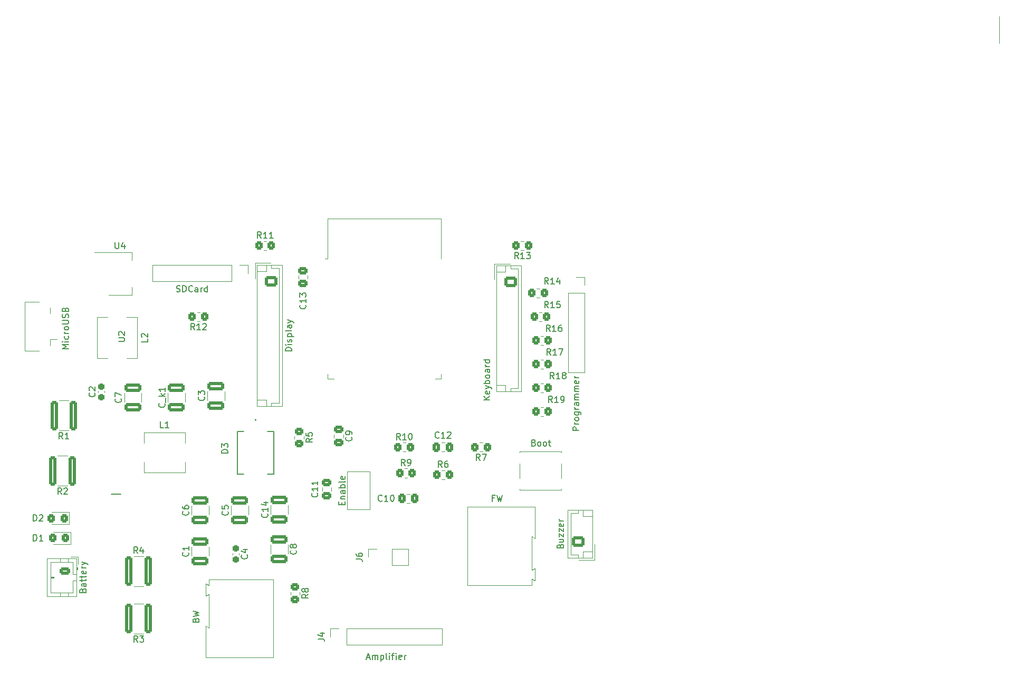
<source format=gto>
G04 #@! TF.GenerationSoftware,KiCad,Pcbnew,(6.0.4)*
G04 #@! TF.CreationDate,2022-05-20T18:13:48-05:00*
G04 #@! TF.ProjectId,REEL,5245454c-2e6b-4696-9361-645f70636258,rev?*
G04 #@! TF.SameCoordinates,Original*
G04 #@! TF.FileFunction,Legend,Top*
G04 #@! TF.FilePolarity,Positive*
%FSLAX46Y46*%
G04 Gerber Fmt 4.6, Leading zero omitted, Abs format (unit mm)*
G04 Created by KiCad (PCBNEW (6.0.4)) date 2022-05-20 18:13:48*
%MOMM*%
%LPD*%
G01*
G04 APERTURE LIST*
G04 Aperture macros list*
%AMRoundRect*
0 Rectangle with rounded corners*
0 $1 Rounding radius*
0 $2 $3 $4 $5 $6 $7 $8 $9 X,Y pos of 4 corners*
0 Add a 4 corners polygon primitive as box body*
4,1,4,$2,$3,$4,$5,$6,$7,$8,$9,$2,$3,0*
0 Add four circle primitives for the rounded corners*
1,1,$1+$1,$2,$3*
1,1,$1+$1,$4,$5*
1,1,$1+$1,$6,$7*
1,1,$1+$1,$8,$9*
0 Add four rect primitives between the rounded corners*
20,1,$1+$1,$2,$3,$4,$5,0*
20,1,$1+$1,$4,$5,$6,$7,0*
20,1,$1+$1,$6,$7,$8,$9,0*
20,1,$1+$1,$8,$9,$2,$3,0*%
G04 Aperture macros list end*
%ADD10C,0.100000*%
%ADD11C,0.150000*%
%ADD12C,0.120000*%
%ADD13C,0.200000*%
%ADD14C,0.127000*%
%ADD15RoundRect,0.250000X-0.475000X0.337500X-0.475000X-0.337500X0.475000X-0.337500X0.475000X0.337500X0*%
%ADD16RoundRect,0.237500X0.237500X-0.300000X0.237500X0.300000X-0.237500X0.300000X-0.237500X-0.300000X0*%
%ADD17R,2.000000X1.500000*%
%ADD18R,2.000000X3.800000*%
%ADD19RoundRect,0.250000X-0.350000X-0.450000X0.350000X-0.450000X0.350000X0.450000X-0.350000X0.450000X0*%
%ADD20R,1.980000X3.960000*%
%ADD21O,1.980000X3.960000*%
%ADD22R,1.700000X1.700000*%
%ADD23O,1.700000X1.700000*%
%ADD24RoundRect,0.250000X0.350000X0.450000X-0.350000X0.450000X-0.350000X-0.450000X0.350000X-0.450000X0*%
%ADD25RoundRect,0.250000X0.337500X0.475000X-0.337500X0.475000X-0.337500X-0.475000X0.337500X-0.475000X0*%
%ADD26RoundRect,0.250000X0.325000X0.450000X-0.325000X0.450000X-0.325000X-0.450000X0.325000X-0.450000X0*%
%ADD27RoundRect,0.250000X0.362500X2.125000X-0.362500X2.125000X-0.362500X-2.125000X0.362500X-2.125000X0*%
%ADD28RoundRect,0.237500X-0.237500X0.300000X-0.237500X-0.300000X0.237500X-0.300000X0.237500X0.300000X0*%
%ADD29RoundRect,0.250000X-1.100000X0.412500X-1.100000X-0.412500X1.100000X-0.412500X1.100000X0.412500X0*%
%ADD30RoundRect,0.250000X1.100000X-0.412500X1.100000X0.412500X-1.100000X0.412500X-1.100000X-0.412500X0*%
%ADD31RoundRect,0.250000X-0.725000X0.600000X-0.725000X-0.600000X0.725000X-0.600000X0.725000X0.600000X0*%
%ADD32O,1.950000X1.700000*%
%ADD33RoundRect,0.250000X-0.450000X0.350000X-0.450000X-0.350000X0.450000X-0.350000X0.450000X0.350000X0*%
%ADD34R,3.200000X1.000000*%
%ADD35R,2.000000X0.900000*%
%ADD36R,0.900000X2.000000*%
%ADD37R,5.000000X5.000000*%
%ADD38R,1.500000X2.400000*%
%ADD39R,1.525000X0.700000*%
%ADD40R,2.513000X3.402000*%
%ADD41RoundRect,0.250000X0.750000X-0.600000X0.750000X0.600000X-0.750000X0.600000X-0.750000X-0.600000X0*%
%ADD42O,2.000000X1.700000*%
%ADD43C,1.000000*%
%ADD44R,1.500000X0.500000*%
%ADD45R,1.800000X3.000000*%
%ADD46R,3.120000X2.290000*%
%ADD47RoundRect,0.250000X-0.362500X-2.125000X0.362500X-2.125000X0.362500X2.125000X-0.362500X2.125000X0*%
%ADD48RoundRect,0.250000X-0.625000X0.350000X-0.625000X-0.350000X0.625000X-0.350000X0.625000X0.350000X0*%
%ADD49O,1.750000X1.200000*%
%ADD50R,2.400000X1.500000*%
%ADD51R,1.500000X1.500000*%
G04 APERTURE END LIST*
D10*
X192404194Y-24150000D02*
X192404194Y-28468000D01*
D11*
X90860952Y-127166666D02*
X91337142Y-127166666D01*
X90765714Y-127452380D02*
X91099047Y-126452380D01*
X91432380Y-127452380D01*
X91765714Y-127452380D02*
X91765714Y-126785714D01*
X91765714Y-126880952D02*
X91813333Y-126833333D01*
X91908571Y-126785714D01*
X92051428Y-126785714D01*
X92146666Y-126833333D01*
X92194285Y-126928571D01*
X92194285Y-127452380D01*
X92194285Y-126928571D02*
X92241904Y-126833333D01*
X92337142Y-126785714D01*
X92480000Y-126785714D01*
X92575238Y-126833333D01*
X92622857Y-126928571D01*
X92622857Y-127452380D01*
X93099047Y-126785714D02*
X93099047Y-127785714D01*
X93099047Y-126833333D02*
X93194285Y-126785714D01*
X93384761Y-126785714D01*
X93480000Y-126833333D01*
X93527619Y-126880952D01*
X93575238Y-126976190D01*
X93575238Y-127261904D01*
X93527619Y-127357142D01*
X93480000Y-127404761D01*
X93384761Y-127452380D01*
X93194285Y-127452380D01*
X93099047Y-127404761D01*
X94146666Y-127452380D02*
X94051428Y-127404761D01*
X94003809Y-127309523D01*
X94003809Y-126452380D01*
X94527619Y-127452380D02*
X94527619Y-126785714D01*
X94527619Y-126452380D02*
X94480000Y-126500000D01*
X94527619Y-126547619D01*
X94575238Y-126500000D01*
X94527619Y-126452380D01*
X94527619Y-126547619D01*
X94860952Y-126785714D02*
X95241904Y-126785714D01*
X95003809Y-127452380D02*
X95003809Y-126595238D01*
X95051428Y-126500000D01*
X95146666Y-126452380D01*
X95241904Y-126452380D01*
X95575238Y-127452380D02*
X95575238Y-126785714D01*
X95575238Y-126452380D02*
X95527619Y-126500000D01*
X95575238Y-126547619D01*
X95622857Y-126500000D01*
X95575238Y-126452380D01*
X95575238Y-126547619D01*
X96432380Y-127404761D02*
X96337142Y-127452380D01*
X96146666Y-127452380D01*
X96051428Y-127404761D01*
X96003809Y-127309523D01*
X96003809Y-126928571D01*
X96051428Y-126833333D01*
X96146666Y-126785714D01*
X96337142Y-126785714D01*
X96432380Y-126833333D01*
X96480000Y-126928571D01*
X96480000Y-127023809D01*
X96003809Y-127119047D01*
X96908571Y-127452380D02*
X96908571Y-126785714D01*
X96908571Y-126976190D02*
X96956190Y-126880952D01*
X97003809Y-126833333D01*
X97099047Y-126785714D01*
X97194285Y-126785714D01*
X88397142Y-91739166D02*
X88444761Y-91786785D01*
X88492380Y-91929642D01*
X88492380Y-92024880D01*
X88444761Y-92167738D01*
X88349523Y-92262976D01*
X88254285Y-92310595D01*
X88063809Y-92358214D01*
X87920952Y-92358214D01*
X87730476Y-92310595D01*
X87635238Y-92262976D01*
X87540000Y-92167738D01*
X87492380Y-92024880D01*
X87492380Y-91929642D01*
X87540000Y-91786785D01*
X87587619Y-91739166D01*
X88492380Y-91262976D02*
X88492380Y-91072500D01*
X88444761Y-90977261D01*
X88397142Y-90929642D01*
X88254285Y-90834404D01*
X88063809Y-90786785D01*
X87682857Y-90786785D01*
X87587619Y-90834404D01*
X87540000Y-90882023D01*
X87492380Y-90977261D01*
X87492380Y-91167738D01*
X87540000Y-91262976D01*
X87587619Y-91310595D01*
X87682857Y-91358214D01*
X87920952Y-91358214D01*
X88016190Y-91310595D01*
X88063809Y-91262976D01*
X88111428Y-91167738D01*
X88111428Y-90977261D01*
X88063809Y-90882023D01*
X88016190Y-90834404D01*
X87920952Y-90786785D01*
X47187142Y-84621666D02*
X47234761Y-84669285D01*
X47282380Y-84812142D01*
X47282380Y-84907380D01*
X47234761Y-85050238D01*
X47139523Y-85145476D01*
X47044285Y-85193095D01*
X46853809Y-85240714D01*
X46710952Y-85240714D01*
X46520476Y-85193095D01*
X46425238Y-85145476D01*
X46330000Y-85050238D01*
X46282380Y-84907380D01*
X46282380Y-84812142D01*
X46330000Y-84669285D01*
X46377619Y-84621666D01*
X46377619Y-84240714D02*
X46330000Y-84193095D01*
X46282380Y-84097857D01*
X46282380Y-83859761D01*
X46330000Y-83764523D01*
X46377619Y-83716904D01*
X46472857Y-83669285D01*
X46568095Y-83669285D01*
X46710952Y-83716904D01*
X47282380Y-84288333D01*
X47282380Y-83669285D01*
X50495695Y-60447580D02*
X50495695Y-61257104D01*
X50543314Y-61352342D01*
X50590933Y-61399961D01*
X50686171Y-61447580D01*
X50876647Y-61447580D01*
X50971885Y-61399961D01*
X51019504Y-61352342D01*
X51067123Y-61257104D01*
X51067123Y-60447580D01*
X51971885Y-60780914D02*
X51971885Y-61447580D01*
X51733790Y-60399961D02*
X51495695Y-61114247D01*
X52114742Y-61114247D01*
X73922142Y-59762380D02*
X73588809Y-59286190D01*
X73350714Y-59762380D02*
X73350714Y-58762380D01*
X73731666Y-58762380D01*
X73826904Y-58810000D01*
X73874523Y-58857619D01*
X73922142Y-58952857D01*
X73922142Y-59095714D01*
X73874523Y-59190952D01*
X73826904Y-59238571D01*
X73731666Y-59286190D01*
X73350714Y-59286190D01*
X74874523Y-59762380D02*
X74303095Y-59762380D01*
X74588809Y-59762380D02*
X74588809Y-58762380D01*
X74493571Y-58905238D01*
X74398333Y-59000476D01*
X74303095Y-59048095D01*
X75826904Y-59762380D02*
X75255476Y-59762380D01*
X75541190Y-59762380D02*
X75541190Y-58762380D01*
X75445952Y-58905238D01*
X75350714Y-59000476D01*
X75255476Y-59048095D01*
X96988333Y-96322380D02*
X96655000Y-95846190D01*
X96416904Y-96322380D02*
X96416904Y-95322380D01*
X96797857Y-95322380D01*
X96893095Y-95370000D01*
X96940714Y-95417619D01*
X96988333Y-95512857D01*
X96988333Y-95655714D01*
X96940714Y-95750952D01*
X96893095Y-95798571D01*
X96797857Y-95846190D01*
X96416904Y-95846190D01*
X97464523Y-96322380D02*
X97655000Y-96322380D01*
X97750238Y-96274761D01*
X97797857Y-96227142D01*
X97893095Y-96084285D01*
X97940714Y-95893809D01*
X97940714Y-95512857D01*
X97893095Y-95417619D01*
X97845476Y-95370000D01*
X97750238Y-95322380D01*
X97559761Y-95322380D01*
X97464523Y-95370000D01*
X97416904Y-95417619D01*
X97369285Y-95512857D01*
X97369285Y-95750952D01*
X97416904Y-95846190D01*
X97464523Y-95893809D01*
X97559761Y-95941428D01*
X97750238Y-95941428D01*
X97845476Y-95893809D01*
X97893095Y-95846190D01*
X97940714Y-95750952D01*
X111331428Y-101528571D02*
X110998095Y-101528571D01*
X110998095Y-102052380D02*
X110998095Y-101052380D01*
X111474285Y-101052380D01*
X111760000Y-101052380D02*
X111998095Y-102052380D01*
X112188571Y-101338095D01*
X112379047Y-102052380D01*
X112617142Y-101052380D01*
X83042380Y-124158333D02*
X83756666Y-124158333D01*
X83899523Y-124205952D01*
X83994761Y-124301190D01*
X84042380Y-124444047D01*
X84042380Y-124539285D01*
X83375714Y-123253571D02*
X84042380Y-123253571D01*
X82994761Y-123491666D02*
X83709047Y-123729761D01*
X83709047Y-123110714D01*
X102973333Y-96592380D02*
X102640000Y-96116190D01*
X102401904Y-96592380D02*
X102401904Y-95592380D01*
X102782857Y-95592380D01*
X102878095Y-95640000D01*
X102925714Y-95687619D01*
X102973333Y-95782857D01*
X102973333Y-95925714D01*
X102925714Y-96020952D01*
X102878095Y-96068571D01*
X102782857Y-96116190D01*
X102401904Y-96116190D01*
X103830476Y-95592380D02*
X103640000Y-95592380D01*
X103544761Y-95640000D01*
X103497142Y-95687619D01*
X103401904Y-95830476D01*
X103354285Y-96020952D01*
X103354285Y-96401904D01*
X103401904Y-96497142D01*
X103449523Y-96544761D01*
X103544761Y-96592380D01*
X103735238Y-96592380D01*
X103830476Y-96544761D01*
X103878095Y-96497142D01*
X103925714Y-96401904D01*
X103925714Y-96163809D01*
X103878095Y-96068571D01*
X103830476Y-96020952D01*
X103735238Y-95973333D01*
X103544761Y-95973333D01*
X103449523Y-96020952D01*
X103401904Y-96068571D01*
X103354285Y-96163809D01*
X109053333Y-95447380D02*
X108720000Y-94971190D01*
X108481904Y-95447380D02*
X108481904Y-94447380D01*
X108862857Y-94447380D01*
X108958095Y-94495000D01*
X109005714Y-94542619D01*
X109053333Y-94637857D01*
X109053333Y-94780714D01*
X109005714Y-94875952D01*
X108958095Y-94923571D01*
X108862857Y-94971190D01*
X108481904Y-94971190D01*
X109386666Y-94447380D02*
X110053333Y-94447380D01*
X109624761Y-95447380D01*
X60335000Y-68349761D02*
X60477857Y-68397380D01*
X60715952Y-68397380D01*
X60811190Y-68349761D01*
X60858809Y-68302142D01*
X60906428Y-68206904D01*
X60906428Y-68111666D01*
X60858809Y-68016428D01*
X60811190Y-67968809D01*
X60715952Y-67921190D01*
X60525476Y-67873571D01*
X60430238Y-67825952D01*
X60382619Y-67778333D01*
X60335000Y-67683095D01*
X60335000Y-67587857D01*
X60382619Y-67492619D01*
X60430238Y-67445000D01*
X60525476Y-67397380D01*
X60763571Y-67397380D01*
X60906428Y-67445000D01*
X61335000Y-68397380D02*
X61335000Y-67397380D01*
X61573095Y-67397380D01*
X61715952Y-67445000D01*
X61811190Y-67540238D01*
X61858809Y-67635476D01*
X61906428Y-67825952D01*
X61906428Y-67968809D01*
X61858809Y-68159285D01*
X61811190Y-68254523D01*
X61715952Y-68349761D01*
X61573095Y-68397380D01*
X61335000Y-68397380D01*
X62906428Y-68302142D02*
X62858809Y-68349761D01*
X62715952Y-68397380D01*
X62620714Y-68397380D01*
X62477857Y-68349761D01*
X62382619Y-68254523D01*
X62335000Y-68159285D01*
X62287380Y-67968809D01*
X62287380Y-67825952D01*
X62335000Y-67635476D01*
X62382619Y-67540238D01*
X62477857Y-67445000D01*
X62620714Y-67397380D01*
X62715952Y-67397380D01*
X62858809Y-67445000D01*
X62906428Y-67492619D01*
X63763571Y-68397380D02*
X63763571Y-67873571D01*
X63715952Y-67778333D01*
X63620714Y-67730714D01*
X63430238Y-67730714D01*
X63335000Y-67778333D01*
X63763571Y-68349761D02*
X63668333Y-68397380D01*
X63430238Y-68397380D01*
X63335000Y-68349761D01*
X63287380Y-68254523D01*
X63287380Y-68159285D01*
X63335000Y-68064047D01*
X63430238Y-68016428D01*
X63668333Y-68016428D01*
X63763571Y-67968809D01*
X64239761Y-68397380D02*
X64239761Y-67730714D01*
X64239761Y-67921190D02*
X64287380Y-67825952D01*
X64335000Y-67778333D01*
X64430238Y-67730714D01*
X64525476Y-67730714D01*
X65287380Y-68397380D02*
X65287380Y-67397380D01*
X65287380Y-68349761D02*
X65192142Y-68397380D01*
X65001666Y-68397380D01*
X64906428Y-68349761D01*
X64858809Y-68302142D01*
X64811190Y-68206904D01*
X64811190Y-67921190D01*
X64858809Y-67825952D01*
X64906428Y-67778333D01*
X65001666Y-67730714D01*
X65192142Y-67730714D01*
X65287380Y-67778333D01*
X89157580Y-111356733D02*
X89871866Y-111356733D01*
X90014723Y-111404352D01*
X90109961Y-111499590D01*
X90157580Y-111642447D01*
X90157580Y-111737685D01*
X89157580Y-110451971D02*
X89157580Y-110642447D01*
X89205200Y-110737685D01*
X89252819Y-110785304D01*
X89395676Y-110880542D01*
X89586152Y-110928161D01*
X89967104Y-110928161D01*
X90062342Y-110880542D01*
X90109961Y-110832923D01*
X90157580Y-110737685D01*
X90157580Y-110547209D01*
X90109961Y-110451971D01*
X90062342Y-110404352D01*
X89967104Y-110356733D01*
X89729009Y-110356733D01*
X89633771Y-110404352D01*
X89586152Y-110451971D01*
X89538533Y-110547209D01*
X89538533Y-110737685D01*
X89586152Y-110832923D01*
X89633771Y-110880542D01*
X89729009Y-110928161D01*
X82907142Y-100740357D02*
X82954761Y-100787976D01*
X83002380Y-100930833D01*
X83002380Y-101026071D01*
X82954761Y-101168928D01*
X82859523Y-101264166D01*
X82764285Y-101311785D01*
X82573809Y-101359404D01*
X82430952Y-101359404D01*
X82240476Y-101311785D01*
X82145238Y-101264166D01*
X82050000Y-101168928D01*
X82002380Y-101026071D01*
X82002380Y-100930833D01*
X82050000Y-100787976D01*
X82097619Y-100740357D01*
X83002380Y-99787976D02*
X83002380Y-100359404D01*
X83002380Y-100073690D02*
X82002380Y-100073690D01*
X82145238Y-100168928D01*
X82240476Y-100264166D01*
X82288095Y-100359404D01*
X83002380Y-98835595D02*
X83002380Y-99407023D01*
X83002380Y-99121309D02*
X82002380Y-99121309D01*
X82145238Y-99216547D01*
X82240476Y-99311785D01*
X82288095Y-99407023D01*
X102459642Y-91797142D02*
X102412023Y-91844761D01*
X102269166Y-91892380D01*
X102173928Y-91892380D01*
X102031071Y-91844761D01*
X101935833Y-91749523D01*
X101888214Y-91654285D01*
X101840595Y-91463809D01*
X101840595Y-91320952D01*
X101888214Y-91130476D01*
X101935833Y-91035238D01*
X102031071Y-90940000D01*
X102173928Y-90892380D01*
X102269166Y-90892380D01*
X102412023Y-90940000D01*
X102459642Y-90987619D01*
X103412023Y-91892380D02*
X102840595Y-91892380D01*
X103126309Y-91892380D02*
X103126309Y-90892380D01*
X103031071Y-91035238D01*
X102935833Y-91130476D01*
X102840595Y-91178095D01*
X103792976Y-90987619D02*
X103840595Y-90940000D01*
X103935833Y-90892380D01*
X104173928Y-90892380D01*
X104269166Y-90940000D01*
X104316785Y-90987619D01*
X104364404Y-91082857D01*
X104364404Y-91178095D01*
X104316785Y-91320952D01*
X103745357Y-91892380D01*
X104364404Y-91892380D01*
X37361904Y-108402380D02*
X37361904Y-107402380D01*
X37600000Y-107402380D01*
X37742857Y-107450000D01*
X37838095Y-107545238D01*
X37885714Y-107640476D01*
X37933333Y-107830952D01*
X37933333Y-107973809D01*
X37885714Y-108164285D01*
X37838095Y-108259523D01*
X37742857Y-108354761D01*
X37600000Y-108402380D01*
X37361904Y-108402380D01*
X38885714Y-108402380D02*
X38314285Y-108402380D01*
X38600000Y-108402380D02*
X38600000Y-107402380D01*
X38504761Y-107545238D01*
X38409523Y-107640476D01*
X38314285Y-107688095D01*
X63222142Y-74492380D02*
X62888809Y-74016190D01*
X62650714Y-74492380D02*
X62650714Y-73492380D01*
X63031666Y-73492380D01*
X63126904Y-73540000D01*
X63174523Y-73587619D01*
X63222142Y-73682857D01*
X63222142Y-73825714D01*
X63174523Y-73920952D01*
X63126904Y-73968571D01*
X63031666Y-74016190D01*
X62650714Y-74016190D01*
X64174523Y-74492380D02*
X63603095Y-74492380D01*
X63888809Y-74492380D02*
X63888809Y-73492380D01*
X63793571Y-73635238D01*
X63698333Y-73730476D01*
X63603095Y-73778095D01*
X64555476Y-73587619D02*
X64603095Y-73540000D01*
X64698333Y-73492380D01*
X64936428Y-73492380D01*
X65031666Y-73540000D01*
X65079285Y-73587619D01*
X65126904Y-73682857D01*
X65126904Y-73778095D01*
X65079285Y-73920952D01*
X64507857Y-74492380D01*
X65126904Y-74492380D01*
X42085833Y-92037380D02*
X41752500Y-91561190D01*
X41514404Y-92037380D02*
X41514404Y-91037380D01*
X41895357Y-91037380D01*
X41990595Y-91085000D01*
X42038214Y-91132619D01*
X42085833Y-91227857D01*
X42085833Y-91370714D01*
X42038214Y-91465952D01*
X41990595Y-91513571D01*
X41895357Y-91561190D01*
X41514404Y-91561190D01*
X43038214Y-92037380D02*
X42466785Y-92037380D01*
X42752500Y-92037380D02*
X42752500Y-91037380D01*
X42657261Y-91180238D01*
X42562023Y-91275476D01*
X42466785Y-91323095D01*
X54100833Y-124667380D02*
X53767500Y-124191190D01*
X53529404Y-124667380D02*
X53529404Y-123667380D01*
X53910357Y-123667380D01*
X54005595Y-123715000D01*
X54053214Y-123762619D01*
X54100833Y-123857857D01*
X54100833Y-124000714D01*
X54053214Y-124095952D01*
X54005595Y-124143571D01*
X53910357Y-124191190D01*
X53529404Y-124191190D01*
X54434166Y-123667380D02*
X55053214Y-123667380D01*
X54719880Y-124048333D01*
X54862738Y-124048333D01*
X54957976Y-124095952D01*
X55005595Y-124143571D01*
X55053214Y-124238809D01*
X55053214Y-124476904D01*
X55005595Y-124572142D01*
X54957976Y-124619761D01*
X54862738Y-124667380D01*
X54577023Y-124667380D01*
X54481785Y-124619761D01*
X54434166Y-124572142D01*
X71637142Y-110674166D02*
X71684761Y-110721785D01*
X71732380Y-110864642D01*
X71732380Y-110959880D01*
X71684761Y-111102738D01*
X71589523Y-111197976D01*
X71494285Y-111245595D01*
X71303809Y-111293214D01*
X71160952Y-111293214D01*
X70970476Y-111245595D01*
X70875238Y-111197976D01*
X70780000Y-111102738D01*
X70732380Y-110959880D01*
X70732380Y-110864642D01*
X70780000Y-110721785D01*
X70827619Y-110674166D01*
X71065714Y-109817023D02*
X71732380Y-109817023D01*
X70684761Y-110055119D02*
X71399047Y-110293214D01*
X71399047Y-109674166D01*
X37361904Y-105227380D02*
X37361904Y-104227380D01*
X37600000Y-104227380D01*
X37742857Y-104275000D01*
X37838095Y-104370238D01*
X37885714Y-104465476D01*
X37933333Y-104655952D01*
X37933333Y-104798809D01*
X37885714Y-104989285D01*
X37838095Y-105084523D01*
X37742857Y-105179761D01*
X37600000Y-105227380D01*
X37361904Y-105227380D01*
X38314285Y-104322619D02*
X38361904Y-104275000D01*
X38457142Y-104227380D01*
X38695238Y-104227380D01*
X38790476Y-104275000D01*
X38838095Y-104322619D01*
X38885714Y-104417857D01*
X38885714Y-104513095D01*
X38838095Y-104655952D01*
X38266666Y-105227380D01*
X38885714Y-105227380D01*
X63428571Y-121150000D02*
X63476190Y-121007142D01*
X63523809Y-120959523D01*
X63619047Y-120911904D01*
X63761904Y-120911904D01*
X63857142Y-120959523D01*
X63904761Y-121007142D01*
X63952380Y-121102380D01*
X63952380Y-121483333D01*
X62952380Y-121483333D01*
X62952380Y-121150000D01*
X63000000Y-121054761D01*
X63047619Y-121007142D01*
X63142857Y-120959523D01*
X63238095Y-120959523D01*
X63333333Y-121007142D01*
X63380952Y-121054761D01*
X63428571Y-121150000D01*
X63428571Y-121483333D01*
X62952380Y-120578571D02*
X63952380Y-120340476D01*
X63238095Y-120150000D01*
X63952380Y-119959523D01*
X62952380Y-119721428D01*
X79492142Y-109924166D02*
X79539761Y-109971785D01*
X79587380Y-110114642D01*
X79587380Y-110209880D01*
X79539761Y-110352738D01*
X79444523Y-110447976D01*
X79349285Y-110495595D01*
X79158809Y-110543214D01*
X79015952Y-110543214D01*
X78825476Y-110495595D01*
X78730238Y-110447976D01*
X78635000Y-110352738D01*
X78587380Y-110209880D01*
X78587380Y-110114642D01*
X78635000Y-109971785D01*
X78682619Y-109924166D01*
X79015952Y-109352738D02*
X78968333Y-109447976D01*
X78920714Y-109495595D01*
X78825476Y-109543214D01*
X78777857Y-109543214D01*
X78682619Y-109495595D01*
X78635000Y-109447976D01*
X78587380Y-109352738D01*
X78587380Y-109162261D01*
X78635000Y-109067023D01*
X78682619Y-109019404D01*
X78777857Y-108971785D01*
X78825476Y-108971785D01*
X78920714Y-109019404D01*
X78968333Y-109067023D01*
X79015952Y-109162261D01*
X79015952Y-109352738D01*
X79063571Y-109447976D01*
X79111190Y-109495595D01*
X79206428Y-109543214D01*
X79396904Y-109543214D01*
X79492142Y-109495595D01*
X79539761Y-109447976D01*
X79587380Y-109352738D01*
X79587380Y-109162261D01*
X79539761Y-109067023D01*
X79492142Y-109019404D01*
X79396904Y-108971785D01*
X79206428Y-108971785D01*
X79111190Y-109019404D01*
X79063571Y-109067023D01*
X79015952Y-109162261D01*
X68542142Y-103671666D02*
X68589761Y-103719285D01*
X68637380Y-103862142D01*
X68637380Y-103957380D01*
X68589761Y-104100238D01*
X68494523Y-104195476D01*
X68399285Y-104243095D01*
X68208809Y-104290714D01*
X68065952Y-104290714D01*
X67875476Y-104243095D01*
X67780238Y-104195476D01*
X67685000Y-104100238D01*
X67637380Y-103957380D01*
X67637380Y-103862142D01*
X67685000Y-103719285D01*
X67732619Y-103671666D01*
X67637380Y-102766904D02*
X67637380Y-103243095D01*
X68113571Y-103290714D01*
X68065952Y-103243095D01*
X68018333Y-103147857D01*
X68018333Y-102909761D01*
X68065952Y-102814523D01*
X68113571Y-102766904D01*
X68208809Y-102719285D01*
X68446904Y-102719285D01*
X68542142Y-102766904D01*
X68589761Y-102814523D01*
X68637380Y-102909761D01*
X68637380Y-103147857D01*
X68589761Y-103243095D01*
X68542142Y-103290714D01*
X81002142Y-70492857D02*
X81049761Y-70540476D01*
X81097380Y-70683333D01*
X81097380Y-70778571D01*
X81049761Y-70921428D01*
X80954523Y-71016666D01*
X80859285Y-71064285D01*
X80668809Y-71111904D01*
X80525952Y-71111904D01*
X80335476Y-71064285D01*
X80240238Y-71016666D01*
X80145000Y-70921428D01*
X80097380Y-70778571D01*
X80097380Y-70683333D01*
X80145000Y-70540476D01*
X80192619Y-70492857D01*
X81097380Y-69540476D02*
X81097380Y-70111904D01*
X81097380Y-69826190D02*
X80097380Y-69826190D01*
X80240238Y-69921428D01*
X80335476Y-70016666D01*
X80383095Y-70111904D01*
X80097380Y-69207142D02*
X80097380Y-68588095D01*
X80478333Y-68921428D01*
X80478333Y-68778571D01*
X80525952Y-68683333D01*
X80573571Y-68635714D01*
X80668809Y-68588095D01*
X80906904Y-68588095D01*
X81002142Y-68635714D01*
X81049761Y-68683333D01*
X81097380Y-68778571D01*
X81097380Y-69064285D01*
X81049761Y-69159523D01*
X81002142Y-69207142D01*
X78817380Y-77877380D02*
X77817380Y-77877380D01*
X77817380Y-77639285D01*
X77865000Y-77496428D01*
X77960238Y-77401190D01*
X78055476Y-77353571D01*
X78245952Y-77305952D01*
X78388809Y-77305952D01*
X78579285Y-77353571D01*
X78674523Y-77401190D01*
X78769761Y-77496428D01*
X78817380Y-77639285D01*
X78817380Y-77877380D01*
X78817380Y-76877380D02*
X78150714Y-76877380D01*
X77817380Y-76877380D02*
X77865000Y-76925000D01*
X77912619Y-76877380D01*
X77865000Y-76829761D01*
X77817380Y-76877380D01*
X77912619Y-76877380D01*
X78769761Y-76448809D02*
X78817380Y-76353571D01*
X78817380Y-76163095D01*
X78769761Y-76067857D01*
X78674523Y-76020238D01*
X78626904Y-76020238D01*
X78531666Y-76067857D01*
X78484047Y-76163095D01*
X78484047Y-76305952D01*
X78436428Y-76401190D01*
X78341190Y-76448809D01*
X78293571Y-76448809D01*
X78198333Y-76401190D01*
X78150714Y-76305952D01*
X78150714Y-76163095D01*
X78198333Y-76067857D01*
X78150714Y-75591666D02*
X79150714Y-75591666D01*
X78198333Y-75591666D02*
X78150714Y-75496428D01*
X78150714Y-75305952D01*
X78198333Y-75210714D01*
X78245952Y-75163095D01*
X78341190Y-75115476D01*
X78626904Y-75115476D01*
X78722142Y-75163095D01*
X78769761Y-75210714D01*
X78817380Y-75305952D01*
X78817380Y-75496428D01*
X78769761Y-75591666D01*
X78817380Y-74544047D02*
X78769761Y-74639285D01*
X78674523Y-74686904D01*
X77817380Y-74686904D01*
X78817380Y-73734523D02*
X78293571Y-73734523D01*
X78198333Y-73782142D01*
X78150714Y-73877380D01*
X78150714Y-74067857D01*
X78198333Y-74163095D01*
X78769761Y-73734523D02*
X78817380Y-73829761D01*
X78817380Y-74067857D01*
X78769761Y-74163095D01*
X78674523Y-74210714D01*
X78579285Y-74210714D01*
X78484047Y-74163095D01*
X78436428Y-74067857D01*
X78436428Y-73829761D01*
X78388809Y-73734523D01*
X78150714Y-73353571D02*
X78817380Y-73115476D01*
X78150714Y-72877380D02*
X78817380Y-73115476D01*
X79055476Y-73210714D01*
X79103095Y-73258333D01*
X79150714Y-73353571D01*
X62192142Y-103671666D02*
X62239761Y-103719285D01*
X62287380Y-103862142D01*
X62287380Y-103957380D01*
X62239761Y-104100238D01*
X62144523Y-104195476D01*
X62049285Y-104243095D01*
X61858809Y-104290714D01*
X61715952Y-104290714D01*
X61525476Y-104243095D01*
X61430238Y-104195476D01*
X61335000Y-104100238D01*
X61287380Y-103957380D01*
X61287380Y-103862142D01*
X61335000Y-103719285D01*
X61382619Y-103671666D01*
X61287380Y-102814523D02*
X61287380Y-103005000D01*
X61335000Y-103100238D01*
X61382619Y-103147857D01*
X61525476Y-103243095D01*
X61715952Y-103290714D01*
X62096904Y-103290714D01*
X62192142Y-103243095D01*
X62239761Y-103195476D01*
X62287380Y-103100238D01*
X62287380Y-102909761D01*
X62239761Y-102814523D01*
X62192142Y-102766904D01*
X62096904Y-102719285D01*
X61858809Y-102719285D01*
X61763571Y-102766904D01*
X61715952Y-102814523D01*
X61668333Y-102909761D01*
X61668333Y-103100238D01*
X61715952Y-103195476D01*
X61763571Y-103243095D01*
X61858809Y-103290714D01*
X82112380Y-91971666D02*
X81636190Y-92305000D01*
X82112380Y-92543095D02*
X81112380Y-92543095D01*
X81112380Y-92162142D01*
X81160000Y-92066904D01*
X81207619Y-92019285D01*
X81302857Y-91971666D01*
X81445714Y-91971666D01*
X81540952Y-92019285D01*
X81588571Y-92066904D01*
X81636190Y-92162142D01*
X81636190Y-92543095D01*
X81112380Y-91066904D02*
X81112380Y-91543095D01*
X81588571Y-91590714D01*
X81540952Y-91543095D01*
X81493333Y-91447857D01*
X81493333Y-91209761D01*
X81540952Y-91114523D01*
X81588571Y-91066904D01*
X81683809Y-91019285D01*
X81921904Y-91019285D01*
X82017142Y-91066904D01*
X82064761Y-91114523D01*
X82112380Y-91209761D01*
X82112380Y-91447857D01*
X82064761Y-91543095D01*
X82017142Y-91590714D01*
X110607380Y-85733476D02*
X109607380Y-85733476D01*
X110607380Y-85162047D02*
X110035952Y-85590619D01*
X109607380Y-85162047D02*
X110178809Y-85733476D01*
X110559761Y-84352523D02*
X110607380Y-84447761D01*
X110607380Y-84638238D01*
X110559761Y-84733476D01*
X110464523Y-84781095D01*
X110083571Y-84781095D01*
X109988333Y-84733476D01*
X109940714Y-84638238D01*
X109940714Y-84447761D01*
X109988333Y-84352523D01*
X110083571Y-84304904D01*
X110178809Y-84304904D01*
X110274047Y-84781095D01*
X109940714Y-83971571D02*
X110607380Y-83733476D01*
X109940714Y-83495380D02*
X110607380Y-83733476D01*
X110845476Y-83828714D01*
X110893095Y-83876333D01*
X110940714Y-83971571D01*
X110607380Y-83114428D02*
X109607380Y-83114428D01*
X109988333Y-83114428D02*
X109940714Y-83019190D01*
X109940714Y-82828714D01*
X109988333Y-82733476D01*
X110035952Y-82685857D01*
X110131190Y-82638238D01*
X110416904Y-82638238D01*
X110512142Y-82685857D01*
X110559761Y-82733476D01*
X110607380Y-82828714D01*
X110607380Y-83019190D01*
X110559761Y-83114428D01*
X110607380Y-82066809D02*
X110559761Y-82162047D01*
X110512142Y-82209666D01*
X110416904Y-82257285D01*
X110131190Y-82257285D01*
X110035952Y-82209666D01*
X109988333Y-82162047D01*
X109940714Y-82066809D01*
X109940714Y-81923952D01*
X109988333Y-81828714D01*
X110035952Y-81781095D01*
X110131190Y-81733476D01*
X110416904Y-81733476D01*
X110512142Y-81781095D01*
X110559761Y-81828714D01*
X110607380Y-81923952D01*
X110607380Y-82066809D01*
X110607380Y-80876333D02*
X110083571Y-80876333D01*
X109988333Y-80923952D01*
X109940714Y-81019190D01*
X109940714Y-81209666D01*
X109988333Y-81304904D01*
X110559761Y-80876333D02*
X110607380Y-80971571D01*
X110607380Y-81209666D01*
X110559761Y-81304904D01*
X110464523Y-81352523D01*
X110369285Y-81352523D01*
X110274047Y-81304904D01*
X110226428Y-81209666D01*
X110226428Y-80971571D01*
X110178809Y-80876333D01*
X110607380Y-80400142D02*
X109940714Y-80400142D01*
X110131190Y-80400142D02*
X110035952Y-80352523D01*
X109988333Y-80304904D01*
X109940714Y-80209666D01*
X109940714Y-80114428D01*
X110607380Y-79352523D02*
X109607380Y-79352523D01*
X110559761Y-79352523D02*
X110607380Y-79447761D01*
X110607380Y-79638238D01*
X110559761Y-79733476D01*
X110512142Y-79781095D01*
X110416904Y-79828714D01*
X110131190Y-79828714D01*
X110035952Y-79781095D01*
X109988333Y-79733476D01*
X109940714Y-79638238D01*
X109940714Y-79447761D01*
X109988333Y-79352523D01*
X41885833Y-100927380D02*
X41552500Y-100451190D01*
X41314404Y-100927380D02*
X41314404Y-99927380D01*
X41695357Y-99927380D01*
X41790595Y-99975000D01*
X41838214Y-100022619D01*
X41885833Y-100117857D01*
X41885833Y-100260714D01*
X41838214Y-100355952D01*
X41790595Y-100403571D01*
X41695357Y-100451190D01*
X41314404Y-100451190D01*
X42266785Y-100022619D02*
X42314404Y-99975000D01*
X42409642Y-99927380D01*
X42647738Y-99927380D01*
X42742976Y-99975000D01*
X42790595Y-100022619D01*
X42838214Y-100117857D01*
X42838214Y-100213095D01*
X42790595Y-100355952D01*
X42219166Y-100927380D01*
X42838214Y-100927380D01*
X120642142Y-86177380D02*
X120308809Y-85701190D01*
X120070714Y-86177380D02*
X120070714Y-85177380D01*
X120451666Y-85177380D01*
X120546904Y-85225000D01*
X120594523Y-85272619D01*
X120642142Y-85367857D01*
X120642142Y-85510714D01*
X120594523Y-85605952D01*
X120546904Y-85653571D01*
X120451666Y-85701190D01*
X120070714Y-85701190D01*
X121594523Y-86177380D02*
X121023095Y-86177380D01*
X121308809Y-86177380D02*
X121308809Y-85177380D01*
X121213571Y-85320238D01*
X121118333Y-85415476D01*
X121023095Y-85463095D01*
X122070714Y-86177380D02*
X122261190Y-86177380D01*
X122356428Y-86129761D01*
X122404047Y-86082142D01*
X122499285Y-85939285D01*
X122546904Y-85748809D01*
X122546904Y-85367857D01*
X122499285Y-85272619D01*
X122451666Y-85225000D01*
X122356428Y-85177380D01*
X122165952Y-85177380D01*
X122070714Y-85225000D01*
X122023095Y-85272619D01*
X121975476Y-85367857D01*
X121975476Y-85605952D01*
X122023095Y-85701190D01*
X122070714Y-85748809D01*
X122165952Y-85796428D01*
X122356428Y-85796428D01*
X122451666Y-85748809D01*
X122499285Y-85701190D01*
X122546904Y-85605952D01*
X81477380Y-117006666D02*
X81001190Y-117340000D01*
X81477380Y-117578095D02*
X80477380Y-117578095D01*
X80477380Y-117197142D01*
X80525000Y-117101904D01*
X80572619Y-117054285D01*
X80667857Y-117006666D01*
X80810714Y-117006666D01*
X80905952Y-117054285D01*
X80953571Y-117101904D01*
X81001190Y-117197142D01*
X81001190Y-117578095D01*
X80905952Y-116435238D02*
X80858333Y-116530476D01*
X80810714Y-116578095D01*
X80715476Y-116625714D01*
X80667857Y-116625714D01*
X80572619Y-116578095D01*
X80525000Y-116530476D01*
X80477380Y-116435238D01*
X80477380Y-116244761D01*
X80525000Y-116149523D01*
X80572619Y-116101904D01*
X80667857Y-116054285D01*
X80715476Y-116054285D01*
X80810714Y-116101904D01*
X80858333Y-116149523D01*
X80905952Y-116244761D01*
X80905952Y-116435238D01*
X80953571Y-116530476D01*
X81001190Y-116578095D01*
X81096428Y-116625714D01*
X81286904Y-116625714D01*
X81382142Y-116578095D01*
X81429761Y-116530476D01*
X81477380Y-116435238D01*
X81477380Y-116244761D01*
X81429761Y-116149523D01*
X81382142Y-116101904D01*
X81286904Y-116054285D01*
X81096428Y-116054285D01*
X81001190Y-116101904D01*
X80953571Y-116149523D01*
X80905952Y-116244761D01*
X117675952Y-92638571D02*
X117818809Y-92686190D01*
X117866428Y-92733809D01*
X117914047Y-92829047D01*
X117914047Y-92971904D01*
X117866428Y-93067142D01*
X117818809Y-93114761D01*
X117723571Y-93162380D01*
X117342619Y-93162380D01*
X117342619Y-92162380D01*
X117675952Y-92162380D01*
X117771190Y-92210000D01*
X117818809Y-92257619D01*
X117866428Y-92352857D01*
X117866428Y-92448095D01*
X117818809Y-92543333D01*
X117771190Y-92590952D01*
X117675952Y-92638571D01*
X117342619Y-92638571D01*
X118485476Y-93162380D02*
X118390238Y-93114761D01*
X118342619Y-93067142D01*
X118295000Y-92971904D01*
X118295000Y-92686190D01*
X118342619Y-92590952D01*
X118390238Y-92543333D01*
X118485476Y-92495714D01*
X118628333Y-92495714D01*
X118723571Y-92543333D01*
X118771190Y-92590952D01*
X118818809Y-92686190D01*
X118818809Y-92971904D01*
X118771190Y-93067142D01*
X118723571Y-93114761D01*
X118628333Y-93162380D01*
X118485476Y-93162380D01*
X119390238Y-93162380D02*
X119295000Y-93114761D01*
X119247380Y-93067142D01*
X119199761Y-92971904D01*
X119199761Y-92686190D01*
X119247380Y-92590952D01*
X119295000Y-92543333D01*
X119390238Y-92495714D01*
X119533095Y-92495714D01*
X119628333Y-92543333D01*
X119675952Y-92590952D01*
X119723571Y-92686190D01*
X119723571Y-92971904D01*
X119675952Y-93067142D01*
X119628333Y-93114761D01*
X119533095Y-93162380D01*
X119390238Y-93162380D01*
X120009285Y-92495714D02*
X120390238Y-92495714D01*
X120152142Y-92162380D02*
X120152142Y-93019523D01*
X120199761Y-93114761D01*
X120295000Y-93162380D01*
X120390238Y-93162380D01*
X120277142Y-74747380D02*
X119943809Y-74271190D01*
X119705714Y-74747380D02*
X119705714Y-73747380D01*
X120086666Y-73747380D01*
X120181904Y-73795000D01*
X120229523Y-73842619D01*
X120277142Y-73937857D01*
X120277142Y-74080714D01*
X120229523Y-74175952D01*
X120181904Y-74223571D01*
X120086666Y-74271190D01*
X119705714Y-74271190D01*
X121229523Y-74747380D02*
X120658095Y-74747380D01*
X120943809Y-74747380D02*
X120943809Y-73747380D01*
X120848571Y-73890238D01*
X120753333Y-73985476D01*
X120658095Y-74033095D01*
X122086666Y-73747380D02*
X121896190Y-73747380D01*
X121800952Y-73795000D01*
X121753333Y-73842619D01*
X121658095Y-73985476D01*
X121610476Y-74175952D01*
X121610476Y-74556904D01*
X121658095Y-74652142D01*
X121705714Y-74699761D01*
X121800952Y-74747380D01*
X121991428Y-74747380D01*
X122086666Y-74699761D01*
X122134285Y-74652142D01*
X122181904Y-74556904D01*
X122181904Y-74318809D01*
X122134285Y-74223571D01*
X122086666Y-74175952D01*
X121991428Y-74128333D01*
X121800952Y-74128333D01*
X121705714Y-74175952D01*
X121658095Y-74223571D01*
X121610476Y-74318809D01*
X51019780Y-76354504D02*
X51829304Y-76354504D01*
X51924542Y-76306885D01*
X51972161Y-76259266D01*
X52019780Y-76164028D01*
X52019780Y-75973552D01*
X51972161Y-75878314D01*
X51924542Y-75830695D01*
X51829304Y-75783076D01*
X51019780Y-75783076D01*
X51115019Y-75354504D02*
X51067400Y-75306885D01*
X51019780Y-75211647D01*
X51019780Y-74973552D01*
X51067400Y-74878314D01*
X51115019Y-74830695D01*
X51210257Y-74783076D01*
X51305495Y-74783076D01*
X51448352Y-74830695D01*
X52019780Y-75402123D01*
X52019780Y-74783076D01*
X58253333Y-90227380D02*
X57777142Y-90227380D01*
X57777142Y-89227380D01*
X59110476Y-90227380D02*
X58539047Y-90227380D01*
X58824761Y-90227380D02*
X58824761Y-89227380D01*
X58729523Y-89370238D01*
X58634285Y-89465476D01*
X58539047Y-89513095D01*
X74892142Y-104050357D02*
X74939761Y-104097976D01*
X74987380Y-104240833D01*
X74987380Y-104336071D01*
X74939761Y-104478928D01*
X74844523Y-104574166D01*
X74749285Y-104621785D01*
X74558809Y-104669404D01*
X74415952Y-104669404D01*
X74225476Y-104621785D01*
X74130238Y-104574166D01*
X74035000Y-104478928D01*
X73987380Y-104336071D01*
X73987380Y-104240833D01*
X74035000Y-104097976D01*
X74082619Y-104050357D01*
X74987380Y-103097976D02*
X74987380Y-103669404D01*
X74987380Y-103383690D02*
X73987380Y-103383690D01*
X74130238Y-103478928D01*
X74225476Y-103574166D01*
X74273095Y-103669404D01*
X74320714Y-102240833D02*
X74987380Y-102240833D01*
X73939761Y-102478928D02*
X74654047Y-102717023D01*
X74654047Y-102097976D01*
X120007142Y-70937380D02*
X119673809Y-70461190D01*
X119435714Y-70937380D02*
X119435714Y-69937380D01*
X119816666Y-69937380D01*
X119911904Y-69985000D01*
X119959523Y-70032619D01*
X120007142Y-70127857D01*
X120007142Y-70270714D01*
X119959523Y-70365952D01*
X119911904Y-70413571D01*
X119816666Y-70461190D01*
X119435714Y-70461190D01*
X120959523Y-70937380D02*
X120388095Y-70937380D01*
X120673809Y-70937380D02*
X120673809Y-69937380D01*
X120578571Y-70080238D01*
X120483333Y-70175476D01*
X120388095Y-70223095D01*
X121864285Y-69937380D02*
X121388095Y-69937380D01*
X121340476Y-70413571D01*
X121388095Y-70365952D01*
X121483333Y-70318333D01*
X121721428Y-70318333D01*
X121816666Y-70365952D01*
X121864285Y-70413571D01*
X121911904Y-70508809D01*
X121911904Y-70746904D01*
X121864285Y-70842142D01*
X121816666Y-70889761D01*
X121721428Y-70937380D01*
X121483333Y-70937380D01*
X121388095Y-70889761D01*
X121340476Y-70842142D01*
X124912380Y-90669523D02*
X123912380Y-90669523D01*
X123912380Y-90288571D01*
X123960000Y-90193333D01*
X124007619Y-90145714D01*
X124102857Y-90098095D01*
X124245714Y-90098095D01*
X124340952Y-90145714D01*
X124388571Y-90193333D01*
X124436190Y-90288571D01*
X124436190Y-90669523D01*
X124912380Y-89669523D02*
X124245714Y-89669523D01*
X124436190Y-89669523D02*
X124340952Y-89621904D01*
X124293333Y-89574285D01*
X124245714Y-89479047D01*
X124245714Y-89383809D01*
X124912380Y-88907619D02*
X124864761Y-89002857D01*
X124817142Y-89050476D01*
X124721904Y-89098095D01*
X124436190Y-89098095D01*
X124340952Y-89050476D01*
X124293333Y-89002857D01*
X124245714Y-88907619D01*
X124245714Y-88764761D01*
X124293333Y-88669523D01*
X124340952Y-88621904D01*
X124436190Y-88574285D01*
X124721904Y-88574285D01*
X124817142Y-88621904D01*
X124864761Y-88669523D01*
X124912380Y-88764761D01*
X124912380Y-88907619D01*
X124245714Y-87717142D02*
X125055238Y-87717142D01*
X125150476Y-87764761D01*
X125198095Y-87812380D01*
X125245714Y-87907619D01*
X125245714Y-88050476D01*
X125198095Y-88145714D01*
X124864761Y-87717142D02*
X124912380Y-87812380D01*
X124912380Y-88002857D01*
X124864761Y-88098095D01*
X124817142Y-88145714D01*
X124721904Y-88193333D01*
X124436190Y-88193333D01*
X124340952Y-88145714D01*
X124293333Y-88098095D01*
X124245714Y-88002857D01*
X124245714Y-87812380D01*
X124293333Y-87717142D01*
X124912380Y-87240952D02*
X124245714Y-87240952D01*
X124436190Y-87240952D02*
X124340952Y-87193333D01*
X124293333Y-87145714D01*
X124245714Y-87050476D01*
X124245714Y-86955238D01*
X124912380Y-86193333D02*
X124388571Y-86193333D01*
X124293333Y-86240952D01*
X124245714Y-86336190D01*
X124245714Y-86526666D01*
X124293333Y-86621904D01*
X124864761Y-86193333D02*
X124912380Y-86288571D01*
X124912380Y-86526666D01*
X124864761Y-86621904D01*
X124769523Y-86669523D01*
X124674285Y-86669523D01*
X124579047Y-86621904D01*
X124531428Y-86526666D01*
X124531428Y-86288571D01*
X124483809Y-86193333D01*
X124912380Y-85717142D02*
X124245714Y-85717142D01*
X124340952Y-85717142D02*
X124293333Y-85669523D01*
X124245714Y-85574285D01*
X124245714Y-85431428D01*
X124293333Y-85336190D01*
X124388571Y-85288571D01*
X124912380Y-85288571D01*
X124388571Y-85288571D02*
X124293333Y-85240952D01*
X124245714Y-85145714D01*
X124245714Y-85002857D01*
X124293333Y-84907619D01*
X124388571Y-84860000D01*
X124912380Y-84860000D01*
X124912380Y-84383809D02*
X124245714Y-84383809D01*
X124340952Y-84383809D02*
X124293333Y-84336190D01*
X124245714Y-84240952D01*
X124245714Y-84098095D01*
X124293333Y-84002857D01*
X124388571Y-83955238D01*
X124912380Y-83955238D01*
X124388571Y-83955238D02*
X124293333Y-83907619D01*
X124245714Y-83812380D01*
X124245714Y-83669523D01*
X124293333Y-83574285D01*
X124388571Y-83526666D01*
X124912380Y-83526666D01*
X124864761Y-82669523D02*
X124912380Y-82764761D01*
X124912380Y-82955238D01*
X124864761Y-83050476D01*
X124769523Y-83098095D01*
X124388571Y-83098095D01*
X124293333Y-83050476D01*
X124245714Y-82955238D01*
X124245714Y-82764761D01*
X124293333Y-82669523D01*
X124388571Y-82621904D01*
X124483809Y-82621904D01*
X124579047Y-83098095D01*
X124912380Y-82193333D02*
X124245714Y-82193333D01*
X124436190Y-82193333D02*
X124340952Y-82145714D01*
X124293333Y-82098095D01*
X124245714Y-82002857D01*
X124245714Y-81907619D01*
X93321642Y-101957142D02*
X93274023Y-102004761D01*
X93131166Y-102052380D01*
X93035928Y-102052380D01*
X92893071Y-102004761D01*
X92797833Y-101909523D01*
X92750214Y-101814285D01*
X92702595Y-101623809D01*
X92702595Y-101480952D01*
X92750214Y-101290476D01*
X92797833Y-101195238D01*
X92893071Y-101100000D01*
X93035928Y-101052380D01*
X93131166Y-101052380D01*
X93274023Y-101100000D01*
X93321642Y-101147619D01*
X94274023Y-102052380D02*
X93702595Y-102052380D01*
X93988309Y-102052380D02*
X93988309Y-101052380D01*
X93893071Y-101195238D01*
X93797833Y-101290476D01*
X93702595Y-101338095D01*
X94893071Y-101052380D02*
X94988309Y-101052380D01*
X95083547Y-101100000D01*
X95131166Y-101147619D01*
X95178785Y-101242857D01*
X95226404Y-101433333D01*
X95226404Y-101671428D01*
X95178785Y-101861904D01*
X95131166Y-101957142D01*
X95083547Y-102004761D01*
X94988309Y-102052380D01*
X94893071Y-102052380D01*
X94797833Y-102004761D01*
X94750214Y-101957142D01*
X94702595Y-101861904D01*
X94654976Y-101671428D01*
X94654976Y-101433333D01*
X94702595Y-101242857D01*
X94750214Y-101147619D01*
X94797833Y-101100000D01*
X94893071Y-101052380D01*
X121923571Y-109243571D02*
X121971190Y-109100714D01*
X122018809Y-109053095D01*
X122114047Y-109005476D01*
X122256904Y-109005476D01*
X122352142Y-109053095D01*
X122399761Y-109100714D01*
X122447380Y-109195952D01*
X122447380Y-109576904D01*
X121447380Y-109576904D01*
X121447380Y-109243571D01*
X121495000Y-109148333D01*
X121542619Y-109100714D01*
X121637857Y-109053095D01*
X121733095Y-109053095D01*
X121828333Y-109100714D01*
X121875952Y-109148333D01*
X121923571Y-109243571D01*
X121923571Y-109576904D01*
X121780714Y-108148333D02*
X122447380Y-108148333D01*
X121780714Y-108576904D02*
X122304523Y-108576904D01*
X122399761Y-108529285D01*
X122447380Y-108434047D01*
X122447380Y-108291190D01*
X122399761Y-108195952D01*
X122352142Y-108148333D01*
X121780714Y-107767380D02*
X121780714Y-107243571D01*
X122447380Y-107767380D01*
X122447380Y-107243571D01*
X121780714Y-106957857D02*
X121780714Y-106434047D01*
X122447380Y-106957857D01*
X122447380Y-106434047D01*
X122399761Y-105672142D02*
X122447380Y-105767380D01*
X122447380Y-105957857D01*
X122399761Y-106053095D01*
X122304523Y-106100714D01*
X121923571Y-106100714D01*
X121828333Y-106053095D01*
X121780714Y-105957857D01*
X121780714Y-105767380D01*
X121828333Y-105672142D01*
X121923571Y-105624523D01*
X122018809Y-105624523D01*
X122114047Y-106100714D01*
X122447380Y-105195952D02*
X121780714Y-105195952D01*
X121971190Y-105195952D02*
X121875952Y-105148333D01*
X121828333Y-105100714D01*
X121780714Y-105005476D01*
X121780714Y-104910238D01*
X42997380Y-77556904D02*
X41997380Y-77556904D01*
X42711666Y-77223571D01*
X41997380Y-76890238D01*
X42997380Y-76890238D01*
X42997380Y-76414047D02*
X42330714Y-76414047D01*
X41997380Y-76414047D02*
X42045000Y-76461666D01*
X42092619Y-76414047D01*
X42045000Y-76366428D01*
X41997380Y-76414047D01*
X42092619Y-76414047D01*
X42949761Y-75509285D02*
X42997380Y-75604523D01*
X42997380Y-75795000D01*
X42949761Y-75890238D01*
X42902142Y-75937857D01*
X42806904Y-75985476D01*
X42521190Y-75985476D01*
X42425952Y-75937857D01*
X42378333Y-75890238D01*
X42330714Y-75795000D01*
X42330714Y-75604523D01*
X42378333Y-75509285D01*
X42997380Y-75080714D02*
X42330714Y-75080714D01*
X42521190Y-75080714D02*
X42425952Y-75033095D01*
X42378333Y-74985476D01*
X42330714Y-74890238D01*
X42330714Y-74795000D01*
X42997380Y-74318809D02*
X42949761Y-74414047D01*
X42902142Y-74461666D01*
X42806904Y-74509285D01*
X42521190Y-74509285D01*
X42425952Y-74461666D01*
X42378333Y-74414047D01*
X42330714Y-74318809D01*
X42330714Y-74175952D01*
X42378333Y-74080714D01*
X42425952Y-74033095D01*
X42521190Y-73985476D01*
X42806904Y-73985476D01*
X42902142Y-74033095D01*
X42949761Y-74080714D01*
X42997380Y-74175952D01*
X42997380Y-74318809D01*
X41997380Y-73556904D02*
X42806904Y-73556904D01*
X42902142Y-73509285D01*
X42949761Y-73461666D01*
X42997380Y-73366428D01*
X42997380Y-73175952D01*
X42949761Y-73080714D01*
X42902142Y-73033095D01*
X42806904Y-72985476D01*
X41997380Y-72985476D01*
X42949761Y-72556904D02*
X42997380Y-72414047D01*
X42997380Y-72175952D01*
X42949761Y-72080714D01*
X42902142Y-72033095D01*
X42806904Y-71985476D01*
X42711666Y-71985476D01*
X42616428Y-72033095D01*
X42568809Y-72080714D01*
X42521190Y-72175952D01*
X42473571Y-72366428D01*
X42425952Y-72461666D01*
X42378333Y-72509285D01*
X42283095Y-72556904D01*
X42187857Y-72556904D01*
X42092619Y-72509285D01*
X42045000Y-72461666D01*
X41997380Y-72366428D01*
X41997380Y-72128333D01*
X42045000Y-71985476D01*
X42473571Y-71223571D02*
X42521190Y-71080714D01*
X42568809Y-71033095D01*
X42664047Y-70985476D01*
X42806904Y-70985476D01*
X42902142Y-71033095D01*
X42949761Y-71080714D01*
X42997380Y-71175952D01*
X42997380Y-71556904D01*
X41997380Y-71556904D01*
X41997380Y-71223571D01*
X42045000Y-71128333D01*
X42092619Y-71080714D01*
X42187857Y-71033095D01*
X42283095Y-71033095D01*
X42378333Y-71080714D01*
X42425952Y-71128333D01*
X42473571Y-71223571D01*
X42473571Y-71556904D01*
X68582380Y-94300595D02*
X67582380Y-94300595D01*
X67582380Y-94062500D01*
X67630000Y-93919642D01*
X67725238Y-93824404D01*
X67820476Y-93776785D01*
X68010952Y-93729166D01*
X68153809Y-93729166D01*
X68344285Y-93776785D01*
X68439523Y-93824404D01*
X68534761Y-93919642D01*
X68582380Y-94062500D01*
X68582380Y-94300595D01*
X67582380Y-93395833D02*
X67582380Y-92776785D01*
X67963333Y-93110119D01*
X67963333Y-92967261D01*
X68010952Y-92872023D01*
X68058571Y-92824404D01*
X68153809Y-92776785D01*
X68391904Y-92776785D01*
X68487142Y-92824404D01*
X68534761Y-92872023D01*
X68582380Y-92967261D01*
X68582380Y-93252976D01*
X68534761Y-93348214D01*
X68487142Y-93395833D01*
X120372142Y-78557380D02*
X120038809Y-78081190D01*
X119800714Y-78557380D02*
X119800714Y-77557380D01*
X120181666Y-77557380D01*
X120276904Y-77605000D01*
X120324523Y-77652619D01*
X120372142Y-77747857D01*
X120372142Y-77890714D01*
X120324523Y-77985952D01*
X120276904Y-78033571D01*
X120181666Y-78081190D01*
X119800714Y-78081190D01*
X121324523Y-78557380D02*
X120753095Y-78557380D01*
X121038809Y-78557380D02*
X121038809Y-77557380D01*
X120943571Y-77700238D01*
X120848333Y-77795476D01*
X120753095Y-77843095D01*
X121657857Y-77557380D02*
X122324523Y-77557380D01*
X121895952Y-78557380D01*
X120912142Y-82367380D02*
X120578809Y-81891190D01*
X120340714Y-82367380D02*
X120340714Y-81367380D01*
X120721666Y-81367380D01*
X120816904Y-81415000D01*
X120864523Y-81462619D01*
X120912142Y-81557857D01*
X120912142Y-81700714D01*
X120864523Y-81795952D01*
X120816904Y-81843571D01*
X120721666Y-81891190D01*
X120340714Y-81891190D01*
X121864523Y-82367380D02*
X121293095Y-82367380D01*
X121578809Y-82367380D02*
X121578809Y-81367380D01*
X121483571Y-81510238D01*
X121388333Y-81605476D01*
X121293095Y-81653095D01*
X122435952Y-81795952D02*
X122340714Y-81748333D01*
X122293095Y-81700714D01*
X122245476Y-81605476D01*
X122245476Y-81557857D01*
X122293095Y-81462619D01*
X122340714Y-81415000D01*
X122435952Y-81367380D01*
X122626428Y-81367380D01*
X122721666Y-81415000D01*
X122769285Y-81462619D01*
X122816904Y-81557857D01*
X122816904Y-81605476D01*
X122769285Y-81700714D01*
X122721666Y-81748333D01*
X122626428Y-81795952D01*
X122435952Y-81795952D01*
X122340714Y-81843571D01*
X122293095Y-81891190D01*
X122245476Y-81986428D01*
X122245476Y-82176904D01*
X122293095Y-82272142D01*
X122340714Y-82319761D01*
X122435952Y-82367380D01*
X122626428Y-82367380D01*
X122721666Y-82319761D01*
X122769285Y-82272142D01*
X122816904Y-82176904D01*
X122816904Y-81986428D01*
X122769285Y-81891190D01*
X122721666Y-81843571D01*
X122626428Y-81795952D01*
X54100833Y-110407380D02*
X53767500Y-109931190D01*
X53529404Y-110407380D02*
X53529404Y-109407380D01*
X53910357Y-109407380D01*
X54005595Y-109455000D01*
X54053214Y-109502619D01*
X54100833Y-109597857D01*
X54100833Y-109740714D01*
X54053214Y-109835952D01*
X54005595Y-109883571D01*
X53910357Y-109931190D01*
X53529404Y-109931190D01*
X54957976Y-109740714D02*
X54957976Y-110407380D01*
X54719880Y-109359761D02*
X54481785Y-110074047D01*
X55100833Y-110074047D01*
X45288571Y-116371428D02*
X45336190Y-116228571D01*
X45383809Y-116180952D01*
X45479047Y-116133333D01*
X45621904Y-116133333D01*
X45717142Y-116180952D01*
X45764761Y-116228571D01*
X45812380Y-116323809D01*
X45812380Y-116704761D01*
X44812380Y-116704761D01*
X44812380Y-116371428D01*
X44860000Y-116276190D01*
X44907619Y-116228571D01*
X45002857Y-116180952D01*
X45098095Y-116180952D01*
X45193333Y-116228571D01*
X45240952Y-116276190D01*
X45288571Y-116371428D01*
X45288571Y-116704761D01*
X45812380Y-115276190D02*
X45288571Y-115276190D01*
X45193333Y-115323809D01*
X45145714Y-115419047D01*
X45145714Y-115609523D01*
X45193333Y-115704761D01*
X45764761Y-115276190D02*
X45812380Y-115371428D01*
X45812380Y-115609523D01*
X45764761Y-115704761D01*
X45669523Y-115752380D01*
X45574285Y-115752380D01*
X45479047Y-115704761D01*
X45431428Y-115609523D01*
X45431428Y-115371428D01*
X45383809Y-115276190D01*
X45145714Y-114942857D02*
X45145714Y-114561904D01*
X44812380Y-114800000D02*
X45669523Y-114800000D01*
X45764761Y-114752380D01*
X45812380Y-114657142D01*
X45812380Y-114561904D01*
X45145714Y-114371428D02*
X45145714Y-113990476D01*
X44812380Y-114228571D02*
X45669523Y-114228571D01*
X45764761Y-114180952D01*
X45812380Y-114085714D01*
X45812380Y-113990476D01*
X45764761Y-113276190D02*
X45812380Y-113371428D01*
X45812380Y-113561904D01*
X45764761Y-113657142D01*
X45669523Y-113704761D01*
X45288571Y-113704761D01*
X45193333Y-113657142D01*
X45145714Y-113561904D01*
X45145714Y-113371428D01*
X45193333Y-113276190D01*
X45288571Y-113228571D01*
X45383809Y-113228571D01*
X45479047Y-113704761D01*
X45812380Y-112800000D02*
X45145714Y-112800000D01*
X45336190Y-112800000D02*
X45240952Y-112752380D01*
X45193333Y-112704761D01*
X45145714Y-112609523D01*
X45145714Y-112514285D01*
X45145714Y-112276190D02*
X45812380Y-112038095D01*
X45145714Y-111800000D02*
X45812380Y-112038095D01*
X46050476Y-112133333D01*
X46098095Y-112180952D01*
X46145714Y-112276190D01*
X96242142Y-92147380D02*
X95908809Y-91671190D01*
X95670714Y-92147380D02*
X95670714Y-91147380D01*
X96051666Y-91147380D01*
X96146904Y-91195000D01*
X96194523Y-91242619D01*
X96242142Y-91337857D01*
X96242142Y-91480714D01*
X96194523Y-91575952D01*
X96146904Y-91623571D01*
X96051666Y-91671190D01*
X95670714Y-91671190D01*
X97194523Y-92147380D02*
X96623095Y-92147380D01*
X96908809Y-92147380D02*
X96908809Y-91147380D01*
X96813571Y-91290238D01*
X96718333Y-91385476D01*
X96623095Y-91433095D01*
X97813571Y-91147380D02*
X97908809Y-91147380D01*
X98004047Y-91195000D01*
X98051666Y-91242619D01*
X98099285Y-91337857D01*
X98146904Y-91528333D01*
X98146904Y-91766428D01*
X98099285Y-91956904D01*
X98051666Y-92052142D01*
X98004047Y-92099761D01*
X97908809Y-92147380D01*
X97813571Y-92147380D01*
X97718333Y-92099761D01*
X97670714Y-92052142D01*
X97623095Y-91956904D01*
X97575476Y-91766428D01*
X97575476Y-91528333D01*
X97623095Y-91337857D01*
X97670714Y-91242619D01*
X97718333Y-91195000D01*
X97813571Y-91147380D01*
X115197142Y-63062380D02*
X114863809Y-62586190D01*
X114625714Y-63062380D02*
X114625714Y-62062380D01*
X115006666Y-62062380D01*
X115101904Y-62110000D01*
X115149523Y-62157619D01*
X115197142Y-62252857D01*
X115197142Y-62395714D01*
X115149523Y-62490952D01*
X115101904Y-62538571D01*
X115006666Y-62586190D01*
X114625714Y-62586190D01*
X116149523Y-63062380D02*
X115578095Y-63062380D01*
X115863809Y-63062380D02*
X115863809Y-62062380D01*
X115768571Y-62205238D01*
X115673333Y-62300476D01*
X115578095Y-62348095D01*
X116482857Y-62062380D02*
X117101904Y-62062380D01*
X116768571Y-62443333D01*
X116911428Y-62443333D01*
X117006666Y-62490952D01*
X117054285Y-62538571D01*
X117101904Y-62633809D01*
X117101904Y-62871904D01*
X117054285Y-62967142D01*
X117006666Y-63014761D01*
X116911428Y-63062380D01*
X116625714Y-63062380D01*
X116530476Y-63014761D01*
X116482857Y-62967142D01*
X62192142Y-110266666D02*
X62239761Y-110314285D01*
X62287380Y-110457142D01*
X62287380Y-110552380D01*
X62239761Y-110695238D01*
X62144523Y-110790476D01*
X62049285Y-110838095D01*
X61858809Y-110885714D01*
X61715952Y-110885714D01*
X61525476Y-110838095D01*
X61430238Y-110790476D01*
X61335000Y-110695238D01*
X61287380Y-110552380D01*
X61287380Y-110457142D01*
X61335000Y-110314285D01*
X61382619Y-110266666D01*
X62287380Y-109314285D02*
X62287380Y-109885714D01*
X62287380Y-109600000D02*
X61287380Y-109600000D01*
X61430238Y-109695238D01*
X61525476Y-109790476D01*
X61573095Y-109885714D01*
X120007142Y-67127380D02*
X119673809Y-66651190D01*
X119435714Y-67127380D02*
X119435714Y-66127380D01*
X119816666Y-66127380D01*
X119911904Y-66175000D01*
X119959523Y-66222619D01*
X120007142Y-66317857D01*
X120007142Y-66460714D01*
X119959523Y-66555952D01*
X119911904Y-66603571D01*
X119816666Y-66651190D01*
X119435714Y-66651190D01*
X120959523Y-67127380D02*
X120388095Y-67127380D01*
X120673809Y-67127380D02*
X120673809Y-66127380D01*
X120578571Y-66270238D01*
X120483333Y-66365476D01*
X120388095Y-66413095D01*
X121816666Y-66460714D02*
X121816666Y-67127380D01*
X121578571Y-66079761D02*
X121340476Y-66794047D01*
X121959523Y-66794047D01*
X55702380Y-75941666D02*
X55702380Y-76417857D01*
X54702380Y-76417857D01*
X54797619Y-75655952D02*
X54750000Y-75608333D01*
X54702380Y-75513095D01*
X54702380Y-75275000D01*
X54750000Y-75179761D01*
X54797619Y-75132142D01*
X54892857Y-75084523D01*
X54988095Y-75084523D01*
X55130952Y-75132142D01*
X55702380Y-75703571D01*
X55702380Y-75084523D01*
X51397142Y-85549166D02*
X51444761Y-85596785D01*
X51492380Y-85739642D01*
X51492380Y-85834880D01*
X51444761Y-85977738D01*
X51349523Y-86072976D01*
X51254285Y-86120595D01*
X51063809Y-86168214D01*
X50920952Y-86168214D01*
X50730476Y-86120595D01*
X50635238Y-86072976D01*
X50540000Y-85977738D01*
X50492380Y-85834880D01*
X50492380Y-85739642D01*
X50540000Y-85596785D01*
X50587619Y-85549166D01*
X50492380Y-85215833D02*
X50492380Y-84549166D01*
X51492380Y-84977738D01*
X86863571Y-102591904D02*
X86863571Y-102258571D01*
X87387380Y-102115714D02*
X87387380Y-102591904D01*
X86387380Y-102591904D01*
X86387380Y-102115714D01*
X86720714Y-101687142D02*
X87387380Y-101687142D01*
X86815952Y-101687142D02*
X86768333Y-101639523D01*
X86720714Y-101544285D01*
X86720714Y-101401428D01*
X86768333Y-101306190D01*
X86863571Y-101258571D01*
X87387380Y-101258571D01*
X87387380Y-100353809D02*
X86863571Y-100353809D01*
X86768333Y-100401428D01*
X86720714Y-100496666D01*
X86720714Y-100687142D01*
X86768333Y-100782380D01*
X87339761Y-100353809D02*
X87387380Y-100449047D01*
X87387380Y-100687142D01*
X87339761Y-100782380D01*
X87244523Y-100830000D01*
X87149285Y-100830000D01*
X87054047Y-100782380D01*
X87006428Y-100687142D01*
X87006428Y-100449047D01*
X86958809Y-100353809D01*
X87387380Y-99877619D02*
X86387380Y-99877619D01*
X86768333Y-99877619D02*
X86720714Y-99782380D01*
X86720714Y-99591904D01*
X86768333Y-99496666D01*
X86815952Y-99449047D01*
X86911190Y-99401428D01*
X87196904Y-99401428D01*
X87292142Y-99449047D01*
X87339761Y-99496666D01*
X87387380Y-99591904D01*
X87387380Y-99782380D01*
X87339761Y-99877619D01*
X87387380Y-98830000D02*
X87339761Y-98925238D01*
X87244523Y-98972857D01*
X86387380Y-98972857D01*
X87339761Y-98068095D02*
X87387380Y-98163333D01*
X87387380Y-98353809D01*
X87339761Y-98449047D01*
X87244523Y-98496666D01*
X86863571Y-98496666D01*
X86768333Y-98449047D01*
X86720714Y-98353809D01*
X86720714Y-98163333D01*
X86768333Y-98068095D01*
X86863571Y-98020476D01*
X86958809Y-98020476D01*
X87054047Y-98496666D01*
X64732142Y-85256666D02*
X64779761Y-85304285D01*
X64827380Y-85447142D01*
X64827380Y-85542380D01*
X64779761Y-85685238D01*
X64684523Y-85780476D01*
X64589285Y-85828095D01*
X64398809Y-85875714D01*
X64255952Y-85875714D01*
X64065476Y-85828095D01*
X63970238Y-85780476D01*
X63875000Y-85685238D01*
X63827380Y-85542380D01*
X63827380Y-85447142D01*
X63875000Y-85304285D01*
X63922619Y-85256666D01*
X63827380Y-84923333D02*
X63827380Y-84304285D01*
X64208333Y-84637619D01*
X64208333Y-84494761D01*
X64255952Y-84399523D01*
X64303571Y-84351904D01*
X64398809Y-84304285D01*
X64636904Y-84304285D01*
X64732142Y-84351904D01*
X64779761Y-84399523D01*
X64827380Y-84494761D01*
X64827380Y-84780476D01*
X64779761Y-84875714D01*
X64732142Y-84923333D01*
X58382142Y-86334880D02*
X58429761Y-86382500D01*
X58477380Y-86525357D01*
X58477380Y-86620595D01*
X58429761Y-86763452D01*
X58334523Y-86858690D01*
X58239285Y-86906309D01*
X58048809Y-86953928D01*
X57905952Y-86953928D01*
X57715476Y-86906309D01*
X57620238Y-86858690D01*
X57525000Y-86763452D01*
X57477380Y-86620595D01*
X57477380Y-86525357D01*
X57525000Y-86382500D01*
X57572619Y-86334880D01*
X58572619Y-86144404D02*
X58572619Y-85382500D01*
X58477380Y-85144404D02*
X57477380Y-85144404D01*
X58096428Y-85049166D02*
X58477380Y-84763452D01*
X57810714Y-84763452D02*
X58191666Y-85144404D01*
X58477380Y-83811071D02*
X58477380Y-84382500D01*
X58477380Y-84096785D02*
X57477380Y-84096785D01*
X57620238Y-84192023D01*
X57715476Y-84287261D01*
X57763095Y-84382500D01*
D12*
X85625000Y-91311248D02*
X85625000Y-91833752D01*
X87095000Y-91311248D02*
X87095000Y-91833752D01*
X47750000Y-84601267D02*
X47750000Y-84308733D01*
X48770000Y-84601267D02*
X48770000Y-84308733D01*
X47157600Y-62085200D02*
X53167600Y-62085200D01*
X53167600Y-68905200D02*
X53167600Y-67645200D01*
X49407600Y-68905200D02*
X53167600Y-68905200D01*
X53167600Y-62085200D02*
X53167600Y-63345200D01*
X74337936Y-60225000D02*
X74792064Y-60225000D01*
X74337936Y-61695000D02*
X74792064Y-61695000D01*
X96927936Y-96785000D02*
X97382064Y-96785000D01*
X96927936Y-98255000D02*
X97382064Y-98255000D01*
X117830000Y-102920000D02*
X106980000Y-102920000D01*
X117830000Y-114820000D02*
X117830000Y-112920000D01*
X117830000Y-112920000D02*
X117830000Y-112870000D01*
X117330000Y-107720000D02*
X117830000Y-108020000D01*
X117830000Y-108020000D02*
X117830000Y-102920000D01*
X117330000Y-115520000D02*
X117330000Y-114570000D01*
X117830000Y-112870000D02*
X117330000Y-113120000D01*
X106980000Y-102920000D02*
X106980000Y-115520000D01*
X117330000Y-114570000D02*
X117830000Y-114820000D01*
X106980000Y-115520000D02*
X117330000Y-115520000D01*
X117330000Y-113120000D02*
X117330000Y-107720000D01*
X87630000Y-125155000D02*
X102930000Y-125155000D01*
X87630000Y-125155000D02*
X87630000Y-122495000D01*
X102930000Y-125155000D02*
X102930000Y-122495000D01*
X85030000Y-122495000D02*
X86360000Y-122495000D01*
X85030000Y-123825000D02*
X85030000Y-122495000D01*
X87630000Y-122495000D02*
X102930000Y-122495000D01*
X102912936Y-98525000D02*
X103367064Y-98525000D01*
X102912936Y-97055000D02*
X103367064Y-97055000D01*
X109447064Y-94080000D02*
X108992936Y-94080000D01*
X109447064Y-92610000D02*
X108992936Y-92610000D01*
X69215000Y-64075000D02*
X56455000Y-64075000D01*
X69215000Y-64075000D02*
X69215000Y-66735000D01*
X70485000Y-64075000D02*
X71815000Y-64075000D01*
X56455000Y-64075000D02*
X56455000Y-66735000D01*
X71815000Y-64075000D02*
X71815000Y-65405000D01*
X69215000Y-66735000D02*
X56455000Y-66735000D01*
X91145200Y-109693400D02*
X92475200Y-109693400D01*
X94945200Y-112353400D02*
X97545200Y-112353400D01*
X94945200Y-112353400D02*
X94945200Y-109693400D01*
X91145200Y-111023400D02*
X91145200Y-109693400D01*
X97545200Y-112353400D02*
X97545200Y-109693400D01*
X94945200Y-109693400D02*
X97545200Y-109693400D01*
X85190000Y-99836248D02*
X85190000Y-100358752D01*
X83720000Y-99836248D02*
X83720000Y-100358752D01*
X103363752Y-92610000D02*
X102841248Y-92610000D01*
X103363752Y-94080000D02*
X102841248Y-94080000D01*
X43380000Y-106990000D02*
X40520000Y-106990000D01*
X43380000Y-108910000D02*
X43380000Y-106990000D01*
X40520000Y-108910000D02*
X43380000Y-108910000D01*
X64092064Y-71655000D02*
X63637936Y-71655000D01*
X64092064Y-73125000D02*
X63637936Y-73125000D01*
X43029564Y-90675000D02*
X41475436Y-90675000D01*
X43029564Y-85855000D02*
X41475436Y-85855000D01*
X55044564Y-123305000D02*
X53490436Y-123305000D01*
X55044564Y-118485000D02*
X53490436Y-118485000D01*
X70360000Y-110361233D02*
X70360000Y-110653767D01*
X69340000Y-110361233D02*
X69340000Y-110653767D01*
X40275000Y-105735000D02*
X43135000Y-105735000D01*
X43135000Y-103815000D02*
X40275000Y-103815000D01*
X43135000Y-105735000D02*
X43135000Y-103815000D01*
X65550000Y-116995000D02*
X65550000Y-122395000D01*
X65550000Y-122395000D02*
X65050000Y-122095000D01*
X65050000Y-117195000D02*
X65050000Y-117245000D01*
X65050000Y-117245000D02*
X65550000Y-116995000D01*
X65050000Y-115295000D02*
X65050000Y-117195000D01*
X65550000Y-114595000D02*
X65550000Y-115545000D01*
X75900000Y-127195000D02*
X75900000Y-114595000D01*
X65550000Y-115545000D02*
X65050000Y-115295000D01*
X65050000Y-127195000D02*
X75900000Y-127195000D01*
X75900000Y-114595000D02*
X65550000Y-114595000D01*
X65050000Y-122095000D02*
X65050000Y-127195000D01*
X78195000Y-109046248D02*
X78195000Y-110468752D01*
X75475000Y-109046248D02*
X75475000Y-110468752D01*
X69125000Y-104216252D02*
X69125000Y-102793748D01*
X71845000Y-104216252D02*
X71845000Y-102793748D01*
X81380000Y-65778748D02*
X81380000Y-66301252D01*
X79910000Y-65778748D02*
X79910000Y-66301252D01*
X77275000Y-86785000D02*
X77275000Y-64065000D01*
X73255000Y-86785000D02*
X77275000Y-86785000D01*
X74755000Y-85785000D02*
X73255000Y-85785000D01*
X74755000Y-64065000D02*
X74755000Y-65065000D01*
X75565000Y-86285000D02*
X75565000Y-86785000D01*
X76775000Y-64565000D02*
X76775000Y-86285000D01*
X77275000Y-64065000D02*
X73255000Y-64065000D01*
X76775000Y-86285000D02*
X75565000Y-86285000D01*
X73255000Y-64065000D02*
X73255000Y-86785000D01*
X74755000Y-86785000D02*
X74755000Y-85785000D01*
X75455000Y-63765000D02*
X72955000Y-63765000D01*
X75565000Y-64065000D02*
X75565000Y-64565000D01*
X75565000Y-64565000D02*
X76775000Y-64565000D01*
X72955000Y-63765000D02*
X72955000Y-66265000D01*
X74755000Y-65065000D02*
X73255000Y-65065000D01*
X65495000Y-104216252D02*
X65495000Y-102793748D01*
X62775000Y-104216252D02*
X62775000Y-102793748D01*
X80745000Y-91577936D02*
X80745000Y-92032064D01*
X79275000Y-91577936D02*
X79275000Y-92032064D01*
X113965000Y-83905000D02*
X113965000Y-84405000D01*
X115175000Y-64685000D02*
X115175000Y-83905000D01*
X115675000Y-64185000D02*
X111655000Y-64185000D01*
X111355000Y-63885000D02*
X111355000Y-66385000D01*
X113965000Y-64185000D02*
X113965000Y-64685000D01*
X115175000Y-83905000D02*
X113965000Y-83905000D01*
X113155000Y-64185000D02*
X113155000Y-65185000D01*
X111655000Y-84405000D02*
X115675000Y-84405000D01*
X113855000Y-63885000D02*
X111355000Y-63885000D01*
X113155000Y-83405000D02*
X111655000Y-83405000D01*
X113155000Y-65185000D02*
X111655000Y-65185000D01*
X115675000Y-84405000D02*
X115675000Y-64185000D01*
X113965000Y-64685000D02*
X115175000Y-64685000D01*
X113155000Y-84405000D02*
X113155000Y-83405000D01*
X111655000Y-64185000D02*
X111655000Y-84405000D01*
X42829564Y-99565000D02*
X41275436Y-99565000D01*
X42829564Y-94745000D02*
X41275436Y-94745000D01*
X119242064Y-86895000D02*
X118787936Y-86895000D01*
X119242064Y-88365000D02*
X118787936Y-88365000D01*
X80110000Y-116612936D02*
X80110000Y-117067064D01*
X78640000Y-116612936D02*
X78640000Y-117067064D01*
X122095000Y-94055000D02*
X115395000Y-94055000D01*
X115395000Y-100255000D02*
X122095000Y-100255000D01*
X115395000Y-94055000D02*
X115395000Y-94255000D01*
X122095000Y-100255000D02*
X122095000Y-100055000D01*
X122095000Y-94055000D02*
X122095000Y-94255000D01*
X115395000Y-95955000D02*
X115395000Y-98355000D01*
X115395000Y-100255000D02*
X115395000Y-100055000D01*
X122095000Y-95955000D02*
X122095000Y-98355000D01*
X119242064Y-75465000D02*
X118787936Y-75465000D01*
X119242064Y-76935000D02*
X118787936Y-76935000D01*
X102818800Y-82402000D02*
X101818800Y-82402000D01*
X84578800Y-56657000D02*
X84578800Y-63077000D01*
X84578800Y-63077000D02*
X84198800Y-63077000D01*
X84578800Y-56657000D02*
X102818800Y-56657000D01*
X84578800Y-81622000D02*
X84578800Y-82402000D01*
X102818800Y-56657000D02*
X102818800Y-63077000D01*
X102818800Y-81622000D02*
X102818800Y-82402000D01*
X84578800Y-82402000D02*
X85578800Y-82402000D01*
X61720000Y-91025000D02*
X61720000Y-92725000D01*
X55120000Y-97425000D02*
X55120000Y-95725000D01*
X55120000Y-92725000D02*
X55120000Y-91025000D01*
X61720000Y-95725000D02*
X61720000Y-97425000D01*
X55120000Y-91025000D02*
X61720000Y-91025000D01*
X61720000Y-97425000D02*
X55120000Y-97425000D01*
X78195000Y-104118752D02*
X78195000Y-102696248D01*
X75475000Y-104118752D02*
X75475000Y-102696248D01*
X118972064Y-71655000D02*
X118517936Y-71655000D01*
X118972064Y-73125000D02*
X118517936Y-73125000D01*
X124485000Y-66005000D02*
X125815000Y-66005000D01*
X123155000Y-68605000D02*
X125815000Y-68605000D01*
X123155000Y-68605000D02*
X123155000Y-81365000D01*
X123155000Y-81365000D02*
X125815000Y-81365000D01*
X125815000Y-68605000D02*
X125815000Y-81365000D01*
X125815000Y-66005000D02*
X125815000Y-67335000D01*
X97818752Y-100865000D02*
X97296248Y-100865000D01*
X97818752Y-102335000D02*
X97296248Y-102335000D01*
D13*
X49865000Y-100900000D02*
X51390000Y-100900000D01*
D12*
X125605000Y-103455000D02*
X125605000Y-104455000D01*
X124795000Y-110675000D02*
X123585000Y-110675000D01*
X123085000Y-103455000D02*
X123085000Y-111175000D01*
X123585000Y-103955000D02*
X124795000Y-103955000D01*
X124905000Y-111475000D02*
X127405000Y-111475000D01*
X125605000Y-110175000D02*
X127105000Y-110175000D01*
X125605000Y-104455000D02*
X127105000Y-104455000D01*
X123585000Y-110675000D02*
X123585000Y-103955000D01*
X124795000Y-111175000D02*
X124795000Y-110675000D01*
X127405000Y-111475000D02*
X127405000Y-108975000D01*
X123085000Y-111175000D02*
X127105000Y-111175000D01*
X127105000Y-111175000D02*
X127105000Y-103455000D01*
X124795000Y-103955000D02*
X124795000Y-103455000D01*
X127105000Y-103455000D02*
X123085000Y-103455000D01*
X125605000Y-111175000D02*
X125605000Y-110175000D01*
D10*
X38270000Y-70015000D02*
X35970000Y-70015000D01*
X35970000Y-77915000D02*
X38270000Y-77915000D01*
X40070000Y-76015000D02*
X40070000Y-77015000D01*
X41120000Y-76015000D02*
X40070000Y-76015000D01*
X35970000Y-70015000D02*
X35970000Y-77915000D01*
X40058539Y-71900524D02*
X40058539Y-70900524D01*
D14*
X70072500Y-90797500D02*
X71145000Y-90797500D01*
X70072500Y-90797500D02*
X70072500Y-97652500D01*
X70072500Y-97652500D02*
X71145000Y-97652500D01*
X75977500Y-90797500D02*
X74905000Y-90797500D01*
X75977500Y-97652500D02*
X75977500Y-90797500D01*
X74905000Y-97652500D02*
X75977500Y-97652500D01*
D13*
X73125000Y-88975000D02*
G75*
G03*
X73125000Y-88975000I-100000J0D01*
G01*
D12*
X119242064Y-79275000D02*
X118787936Y-79275000D01*
X119242064Y-80745000D02*
X118787936Y-80745000D01*
X119242064Y-83085000D02*
X118787936Y-83085000D01*
X119242064Y-84555000D02*
X118787936Y-84555000D01*
X53490436Y-115685000D02*
X55044564Y-115685000D01*
X53490436Y-110865000D02*
X55044564Y-110865000D01*
X43660000Y-113800000D02*
X43660000Y-111850000D01*
X44270000Y-117360000D02*
X44270000Y-111240000D01*
X44470000Y-112700000D02*
X44270000Y-112700000D01*
X40160000Y-114300000D02*
X40660000Y-114300000D01*
X39550000Y-111240000D02*
X39550000Y-117360000D01*
X41660000Y-111240000D02*
X41660000Y-111850000D01*
X43660000Y-114800000D02*
X44270000Y-114800000D01*
X44470000Y-113000000D02*
X44470000Y-112700000D01*
X44570000Y-110940000D02*
X43320000Y-110940000D01*
X41660000Y-117360000D02*
X41660000Y-116750000D01*
X42960000Y-111240000D02*
X42960000Y-111850000D01*
X40160000Y-114200000D02*
X40660000Y-114200000D01*
X42960000Y-117360000D02*
X42960000Y-116750000D01*
X43660000Y-111850000D02*
X40160000Y-111850000D01*
X44370000Y-113000000D02*
X44370000Y-112700000D01*
X44270000Y-111240000D02*
X39550000Y-111240000D01*
X40660000Y-114200000D02*
X40660000Y-114400000D01*
X44570000Y-112190000D02*
X44570000Y-110940000D01*
X39550000Y-117360000D02*
X44270000Y-117360000D01*
X40160000Y-111850000D02*
X40160000Y-116750000D01*
X40160000Y-116750000D02*
X43660000Y-116750000D01*
X44270000Y-113000000D02*
X44470000Y-113000000D01*
X43660000Y-116750000D02*
X43660000Y-114800000D01*
X40660000Y-114400000D02*
X40160000Y-114400000D01*
X44270000Y-113800000D02*
X43660000Y-113800000D01*
X96657936Y-94080000D02*
X97112064Y-94080000D01*
X96657936Y-92610000D02*
X97112064Y-92610000D01*
X116067064Y-60225000D02*
X115612936Y-60225000D01*
X116067064Y-61695000D02*
X115612936Y-61695000D01*
X62775000Y-110811252D02*
X62775000Y-109388748D01*
X65495000Y-110811252D02*
X65495000Y-109388748D01*
X118607064Y-67845000D02*
X118152936Y-67845000D01*
X118607064Y-69315000D02*
X118152936Y-69315000D01*
X49300000Y-79075000D02*
X47600000Y-79075000D01*
X54000000Y-79075000D02*
X52300000Y-79075000D01*
X52300000Y-72475000D02*
X54000000Y-72475000D01*
X54000000Y-72475000D02*
X54000000Y-79075000D01*
X47600000Y-79075000D02*
X47600000Y-72475000D01*
X47600000Y-72475000D02*
X49300000Y-72475000D01*
X51980000Y-86093752D02*
X51980000Y-84671248D01*
X54700000Y-86093752D02*
X54700000Y-84671248D01*
X91385000Y-103390000D02*
X87685000Y-103390000D01*
X87685000Y-103390000D02*
X87685000Y-97270000D01*
X87685000Y-97270000D02*
X91385000Y-97270000D01*
X91385000Y-97270000D02*
X91385000Y-103390000D01*
X65315000Y-85801252D02*
X65315000Y-84378748D01*
X68035000Y-85801252D02*
X68035000Y-84378748D01*
X61685000Y-86093752D02*
X61685000Y-84671248D01*
X58965000Y-86093752D02*
X58965000Y-84671248D01*
%LPC*%
D15*
X86360000Y-90535000D03*
X86360000Y-92610000D03*
D16*
X48260000Y-85317500D03*
X48260000Y-83592500D03*
D17*
X48107600Y-63195200D03*
X48107600Y-65495200D03*
D18*
X54407600Y-65495200D03*
D17*
X48107600Y-67795200D03*
D19*
X73565000Y-60960000D03*
X75565000Y-60960000D03*
X96155000Y-97520000D03*
X98155000Y-97520000D03*
D20*
X109630000Y-109220000D03*
D21*
X114630000Y-109220000D03*
D22*
X86360000Y-123825000D03*
D23*
X88900000Y-123825000D03*
X91440000Y-123825000D03*
X93980000Y-123825000D03*
X96520000Y-123825000D03*
X99060000Y-123825000D03*
X101600000Y-123825000D03*
D19*
X102140000Y-97790000D03*
X104140000Y-97790000D03*
D24*
X110220000Y-93345000D03*
X108220000Y-93345000D03*
D22*
X70485000Y-65405000D03*
D23*
X67945000Y-65405000D03*
X65405000Y-65405000D03*
X62865000Y-65405000D03*
X60325000Y-65405000D03*
X57785000Y-65405000D03*
D22*
X92405200Y-111023400D03*
D23*
X96215200Y-111023400D03*
D15*
X84455000Y-99060000D03*
X84455000Y-101135000D03*
D25*
X104140000Y-93345000D03*
X102065000Y-93345000D03*
D26*
X42545000Y-107950000D03*
X40495000Y-107950000D03*
D24*
X64865000Y-72390000D03*
X62865000Y-72390000D03*
D27*
X43815000Y-88265000D03*
X40690000Y-88265000D03*
X55830000Y-120895000D03*
X52705000Y-120895000D03*
D28*
X69850000Y-109645000D03*
X69850000Y-111370000D03*
D26*
X42300000Y-104775000D03*
X40250000Y-104775000D03*
D20*
X73250000Y-120895000D03*
D21*
X68250000Y-120895000D03*
D29*
X76835000Y-108195000D03*
X76835000Y-111320000D03*
D30*
X70485000Y-105067500D03*
X70485000Y-101942500D03*
D15*
X80645000Y-65002500D03*
X80645000Y-67077500D03*
D31*
X75565000Y-66675000D03*
D32*
X75565000Y-69175000D03*
X75565000Y-71675000D03*
X75565000Y-74175000D03*
X75565000Y-76675000D03*
X75565000Y-79175000D03*
X75565000Y-81675000D03*
X75565000Y-84175000D03*
D30*
X64135000Y-105067500D03*
X64135000Y-101942500D03*
D33*
X80010000Y-90805000D03*
X80010000Y-92805000D03*
D31*
X113965000Y-66795000D03*
D32*
X113965000Y-69295000D03*
X113965000Y-71795000D03*
X113965000Y-74295000D03*
X113965000Y-76795000D03*
X113965000Y-79295000D03*
X113965000Y-81795000D03*
D27*
X43615000Y-97155000D03*
X40490000Y-97155000D03*
D24*
X120015000Y-87630000D03*
X118015000Y-87630000D03*
D33*
X79375000Y-115840000D03*
X79375000Y-117840000D03*
D34*
X122145000Y-95155000D03*
X115345000Y-95155000D03*
X115345000Y-99155000D03*
X122145000Y-99155000D03*
D24*
X120015000Y-76200000D03*
X118015000Y-76200000D03*
D35*
X85198800Y-64267000D03*
X85198800Y-65537000D03*
X85198800Y-66807000D03*
X85198800Y-68077000D03*
X85198800Y-69347000D03*
X85198800Y-70617000D03*
X85198800Y-71887000D03*
X85198800Y-73157000D03*
X85198800Y-74427000D03*
X85198800Y-75697000D03*
X85198800Y-76967000D03*
X85198800Y-78237000D03*
X85198800Y-79507000D03*
X85198800Y-80777000D03*
D36*
X87983800Y-81777000D03*
X89253800Y-81777000D03*
X90523800Y-81777000D03*
X91793800Y-81777000D03*
X93063800Y-81777000D03*
X94333800Y-81777000D03*
X95603800Y-81777000D03*
X96873800Y-81777000D03*
X98143800Y-81777000D03*
X99413800Y-81777000D03*
D35*
X102198800Y-80777000D03*
X102198800Y-79507000D03*
X102198800Y-78237000D03*
X102198800Y-76967000D03*
X102198800Y-75697000D03*
X102198800Y-74427000D03*
X102198800Y-73157000D03*
X102198800Y-71887000D03*
X102198800Y-70617000D03*
X102198800Y-69347000D03*
X102198800Y-68077000D03*
X102198800Y-66807000D03*
X102198800Y-65537000D03*
X102198800Y-64267000D03*
D37*
X92698800Y-71767000D03*
D38*
X55670000Y-94225000D03*
X61170000Y-94225000D03*
D30*
X76835000Y-104970000D03*
X76835000Y-101845000D03*
D24*
X119745000Y-72390000D03*
X117745000Y-72390000D03*
D22*
X124485000Y-67335000D03*
D23*
X124485000Y-69875000D03*
X124485000Y-72415000D03*
X124485000Y-74955000D03*
X124485000Y-77495000D03*
X124485000Y-80035000D03*
D25*
X98595000Y-101600000D03*
X96520000Y-101600000D03*
D39*
X50628000Y-101600000D03*
X50628000Y-102870000D03*
X50628000Y-104140000D03*
X50628000Y-105410000D03*
X56052000Y-105410000D03*
X56052000Y-104140000D03*
X56052000Y-102870000D03*
X56052000Y-101600000D03*
D40*
X53340000Y-103505000D03*
D41*
X124795000Y-108565000D03*
D42*
X124795000Y-106065000D03*
D43*
X37070000Y-76965000D03*
X37070000Y-70965000D03*
D44*
X40520000Y-75565000D03*
X40520000Y-74765000D03*
X40520000Y-73965000D03*
X40520000Y-73165000D03*
X40520000Y-72365000D03*
D45*
X39370000Y-69215000D03*
X39370000Y-78715000D03*
D46*
X73025000Y-97655000D03*
X73025000Y-90795000D03*
D24*
X120015000Y-80010000D03*
X118015000Y-80010000D03*
X120015000Y-83820000D03*
X118015000Y-83820000D03*
D47*
X52705000Y-113275000D03*
X55830000Y-113275000D03*
D48*
X42460000Y-113300000D03*
D49*
X42460000Y-115300000D03*
D19*
X95885000Y-93345000D03*
X97885000Y-93345000D03*
D24*
X116840000Y-60960000D03*
X114840000Y-60960000D03*
D30*
X64135000Y-111662500D03*
X64135000Y-108537500D03*
D24*
X119380000Y-68580000D03*
X117380000Y-68580000D03*
D50*
X50800000Y-73025000D03*
X50800000Y-78525000D03*
D30*
X53340000Y-86945000D03*
X53340000Y-83820000D03*
D51*
X89535000Y-104230000D03*
X89535000Y-96430000D03*
D30*
X66675000Y-86652500D03*
X66675000Y-83527500D03*
X60325000Y-86945000D03*
X60325000Y-83820000D03*
M02*

</source>
